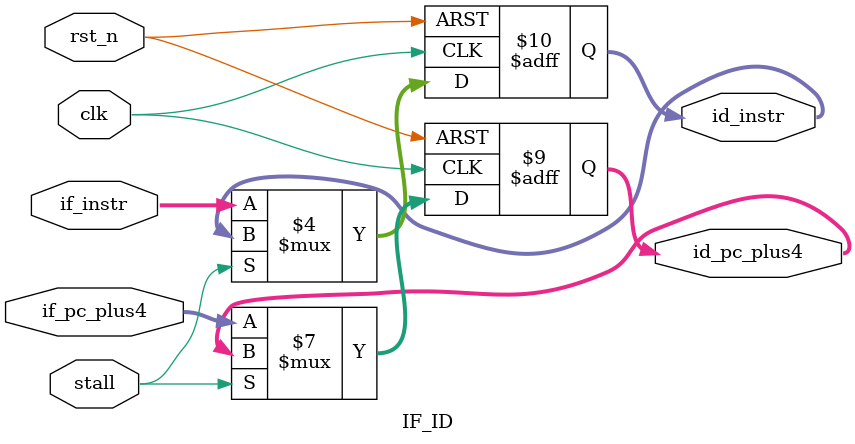
<source format=v>
module IF_ID (
    input  wire        clk,
    input  wire        rst_n,
    input  wire        stall,          // when asserted, hold the current contents
    input  wire [63:0] if_pc_plus4,    // PC+4 from IF stage
    input  wire [31:0] if_instr,       // fetched instruction
    output reg  [63:0] id_pc_plus4,
    output reg  [31:0] id_instr
);
    always @(posedge clk or negedge rst_n) begin
        if (!rst_n) begin
            id_pc_plus4 <= 64'b0;
            id_instr    <= 32'b0;
        end else if (stall) begin
            // hold previous values
            id_pc_plus4 <= id_pc_plus4;
            id_instr    <= id_instr;
        end else begin
            id_pc_plus4 <= if_pc_plus4;
            id_instr    <= if_instr;
        end
    end
endmodule

</source>
